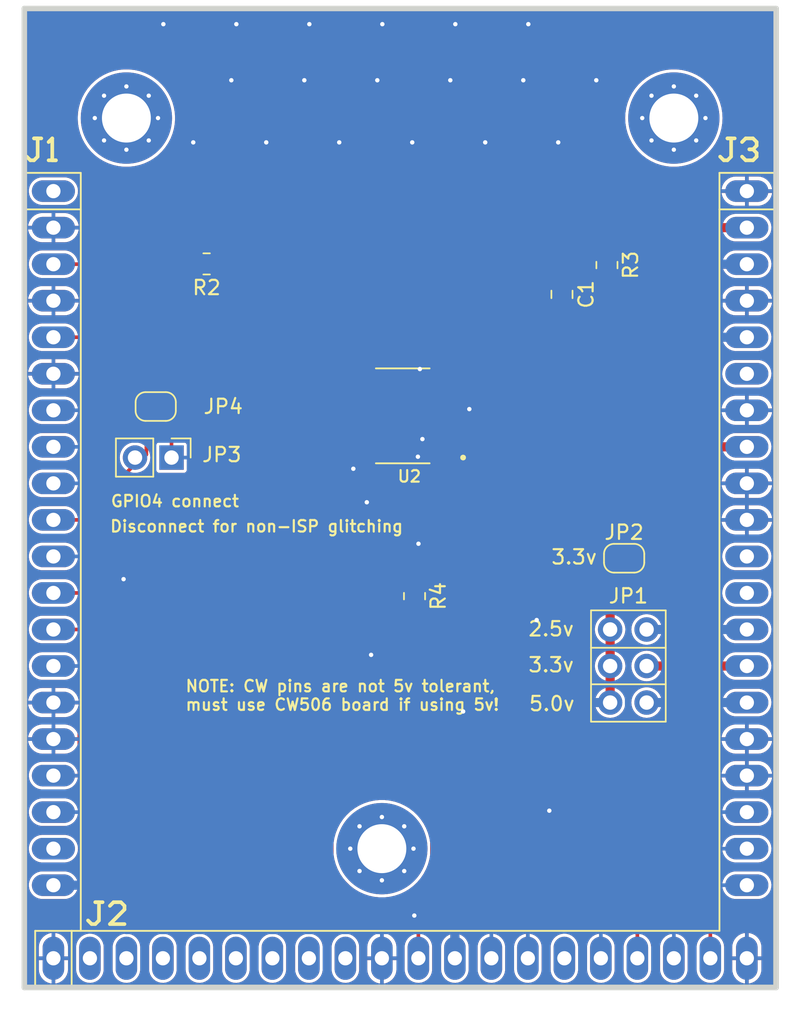
<source format=kicad_pcb>
(kicad_pcb (version 20221018) (generator pcbnew)
  (layers (0 "F.Cu" signal) (31 "B.Cu" signal) (34 "B.Paste" user) (35 "F.Paste" user) (36 "B.SilkS" user "B.Silkscreen") (37 "F.SilkS" user "F.Silkscreen") (38 "B.Mask" user) (39 "F.Mask" user) (44 "Edge.Cuts" user))
  (net 0 "")
  (net 1 "VCC")
  (net 2 "GND")
  (net 3 "Net-(J1-FILT_LP)")
  (net 5 "Net-(J1-CLKOUT)")
  (net 6 "GPI01")
  (net 7 "GPI02")
  (net 8 "GPI03")
  (net 9 "GPI04")
  (net 10 "RST")
  (net 11 "SCK")
  (net 12 "MISO")
  (net 13 "MOSI")
  (net 14 "PDIC")
  (net 15 "PDID")
  (net 26 "CLK")
  (net 27 "VBUS")
  (net 31 "unconnected-(J1-PadMH3)")
  (net 32 "unconnected-(J1-PadMH2)")
  (net 33 "LED1")
  (net 34 "LED2")
  (net 35 "LED3")
  (net 36 "CLKOUT")
  (net 37 "unconnected-(J1-PadMH1)")
  (net 38 "+5V")
  (net 39 "+3.3V")
  (net 40 "+2V5")
  (net 41 "SCL")
  (net 42 "SDA")
  (net 43 "Net-(J1-GPIO4)")
  (footprint "Resistor_SMD:R_0805_2012Metric_Pad1.20x1.40mm_HandSolder" (layer "F.Cu") (at 149.7125 103.985 -90)
    (fp_text reference "R4" (at 0 -1.65 90) (layer "F.SilkS"))
    (fp_text value "10K")
    (pad "1" smd roundrect (at -1 0 270) (size 1.2 1.4) (layers "F.Cu" "F.Paste" "F.Mask") (roundrect_rratio 0.2083333333) (net 10 "RST"))
    (pad "2" smd roundrect (at 1 0 270) (size 1.2 1.4) (layers "F.Cu" "F.Paste" "F.Mask") (roundrect_rratio 0.2083333333) (net 1 "VCC"))
  )
  (footprint "Connector_PinHeader_2.54mm:PinHeader_2x03_P2.54mm_Vertical" (layer "F.Cu") (at 163.325 106.3042)
    (fp_text reference "JP1" (at 1.27 -2.33) (layer "F.SilkS"))
    (fp_text value "Jumper_2_Open")
    (pad "1" thru_hole circle (at 0 0) (size 1.7 1.7) (drill 1) (layers "*.Cu" "*.Mask") (net 1 "VCC"))
    (pad "2" thru_hole oval (at 2.54 0) (size 1.7 1.7) (drill 1) (layers "*.Cu" "*.Mask") (net 40 "+2V5"))
    (pad "3" thru_hole oval (at 0 2.54) (size 1.7 1.7) (drill 1) (layers "*.Cu" "*.Mask") (net 1 "VCC"))
    (pad "4" thru_hole oval (at 2.54 2.54) (size 1.7 1.7) (drill 1) (layers "*.Cu" "*.Mask") (net 39 "+3.3V"))
    (pad "5" thru_hole oval (at 0 5.08) (size 1.7 1.7) (drill 1) (layers "*.Cu" "*.Mask") (net 1 "VCC"))
    (pad "6" thru_hole oval (at 2.54 5.08) (size 1.7 1.7) (drill 1) (layers "*.Cu" "*.Mask") (net 38 "+5V"))
  )
  (footprint "Resistor_SMD:R_0805_2012Metric_Pad1.20x1.40mm_HandSolder" (layer "F.Cu") (at 135.2425 80.885 180)
    (fp_text reference "R2" (at 0 -1.65) (layer "F.SilkS"))
    (fp_text value "100R")
    (pad "1" smd roundrect (at -1 0 180) (size 1.2 1.4) (layers "F.Cu" "F.Paste" "F.Mask") (roundrect_rratio 0.2083333333) (net 26 "CLK"))
    (pad "2" smd roundrect (at 1 0 180) (size 1.2 1.4) (layers "F.Cu" "F.Paste" "F.Mask") (roundrect_rratio 0.2083333333) (net 5 "Net-(J1-CLKOUT)"))
  )
  (footprint "Resistor_SMD:R_0805_2012Metric_Pad1.20x1.40mm_HandSolder" (layer "F.Cu") (at 163.1025 80.965 -90)
    (fp_text reference "R3" (at 0 -1.65 90) (layer "F.SilkS"))
    (fp_text value "51R")
    (pad "1" smd roundrect (at -1 0 270) (size 1.2 1.4) (layers "F.Cu" "F.Paste" "F.Mask") (roundrect_rratio 0.2083333333) (net 27 "VBUS"))
    (pad "2" smd roundrect (at 1 0 270) (size 1.2 1.4) (layers "F.Cu" "F.Paste" "F.Mask") (roundrect_rratio 0.2083333333) (net 3 "Net-(J1-FILT_LP)"))
  )
  (footprint "Jumper:SolderJumper-2_P1.3mm_Open_RoundedPad1.0x1.5mm" (layer "F.Cu") (at 131.7 90.8 180)
    (fp_text reference "JP4" (at -4.7 0) (layer "F.SilkS"))
    (fp_text value "GPIO4_connect")
    (pad "1" smd custom (at -0.65 0 180) (size 1 0.5) (layers "F.Cu" "F.Mask") (net 9 "GPI04") (options (clearance outline) (anchor rect)) (primitives (gr_circle (center 0 0.25) (end 0.5 0.25) (width 0) (fill yes)) (gr_circle (center 0 -0.25) (end 0.5 -0.25) (width 0) (fill yes)) (gr_poly (pts (xy 0.5 0.75) (xy 0 0.75) (xy 0 -0.75) (xy 0.5 -0.75)) (width 0) (fill yes))))
    (pad "2" smd custom (at 0.65 0 180) (size 1 0.5) (layers "F.Cu" "F.Mask") (net 43 "Net-(J1-GPIO4)") (options (clearance outline) (anchor rect)) (primitives (gr_circle (center 0 0.25) (end 0.5 0.25) (width 0) (fill yes)) (gr_circle (center 0 -0.25) (end 0.5 -0.25) (width 0) (fill yes)) (gr_poly (pts (xy 0 0.75) (xy -0.5 0.75) (xy -0.5 -0.75) (xy 0 -0.75)) (width 0) (fill yes))))
  )
  (footprint "N76E003AT20:SOP65P640X120-20N" (layer "F.Cu") (at 148.8925 91.45 180)
    (fp_text reference "U2" (at -0.460305 -4.210775) (layer "F.SilkS") (effects (font (size 0.800528 0.800528))))
    (fp_text value "N76E003AT20")
    (pad "1" smd roundrect (at -2.865 -2.925 180) (size 1.48 0.41) (layers "F.Cu" "F.Paste" "F.Mask") (roundrect_rratio 0.02) (net 35 "LED3"))
    (pad "2" smd roundrect (at -2.865 -2.275 180) (size 1.48 0.41) (layers "F.Cu" "F.Paste" "F.Mask") (roundrect_rratio 0.02) (net 7 "GPI02"))
    (pad "3" smd roundrect (at -2.865 -1.625 180) (size 1.48 0.41) (layers "F.Cu" "F.Paste" "F.Mask") (roundrect_rratio 0.02) (net 6 "GPI01"))
    (pad "4" smd roundrect (at -2.865 -0.975 180) (size 1.48 0.41) (layers "F.Cu" "F.Paste" "F.Mask") (roundrect_rratio 0.02) (net 10 "RST"))
    (pad "5" smd roundrect (at -2.865 -0.325 180) (size 1.48 0.41) (layers "F.Cu" "F.Paste" "F.Mask") (roundrect_rratio 0.02) (net 26 "CLK"))
    (pad "6" smd roundrect (at -2.865 0.325 180) (size 1.48 0.41) (layers "F.Cu" "F.Paste" "F.Mask") (roundrect_rratio 0.02))
    (pad "7" smd roundrect (at -2.865 0.975 180) (size 1.48 0.41) (layers "F.Cu" "F.Paste" "F.Mask") (roundrect_rratio 0.02) (net 2 "GND"))
    (pad "8" smd roundrect (at -2.865 1.625 180) (size 1.48 0.41) (layers "F.Cu" "F.Paste" "F.Mask") (roundrect_rratio 0.02) (net 15 "PDID"))
    (pad "9" smd roundrect (at -2.865 2.275 180) (size 1.48 0.41) (layers "F.Cu" "F.Paste" "F.Mask") (roundrect_rratio 0.02) (net 27 "VBUS"))
    (pad "10" smd roundrect (at -2.865 2.925 180) (size 1.48 0.41) (layers "F.Cu" "F.Paste" "F.Mask") (roundrect_rratio 0.02) (net 8 "GPI03"))
    (pad "11" smd roundrect (at 2.865 2.925) (size 1.48 0.41) (layers "F.Cu" "F.Paste" "F.Mask") (roundrect_rratio 0.02) (net 42 "SDA"))
    (pad "12" smd roundrect (at 2.865 2.275) (size 1.48 0.41) (layers "F.Cu" "F.Paste" "F.Mask") (roundrect_rratio 0.02) (net 41 "SCL"))
    (pad "13" smd roundrect (at 2.865 1.625) (size 1.48 0.41) (layers "F.Cu" "F.Paste" "F.Mask") (roundrect_rratio 0.02) (net 34 "LED2"))
    (pad "14" smd roundrect (at 2.865 0.975) (size 1.48 0.41) (layers "F.Cu" "F.Paste" "F.Mask") (roundrect_rratio 0.02) (net 36 "CLKOUT"))
    (pad "15" smd roundrect (at 2.865 0.325) (size 1.48 0.41) (layers "F.Cu" "F.Paste" "F.Mask") (roundrect_rratio 0.02) (net 11 "SCK"))
    (pad "16" smd roundrect (at 2.865 -0.325) (size 1.48 0.41) (layers "F.Cu" "F.Paste" "F.Mask") (roundrect_rratio 0.02) (net 13 "MOSI"))
    (pad "17" smd roundrect (at 2.865 -0.975) (size 1.48 0.41) (layers "F.Cu" "F.Paste" "F.Mask") (roundrect_rratio 0.02) (net 12 "MISO"))
    (pad "18" smd roundrect (at 2.865 -1.625) (size 1.48 0.41) (layers "F.Cu" "F.Paste" "F.Mask") (roundrect_rratio 0.02) (net 14 "PDIC"))
    (pad "19" smd roundrect (at 2.865 -2.275) (size 1.48 0.41) (layers "F.Cu" "F.Paste" "F.Mask") (roundrect_rratio 0.02) (net 33 "LED1"))
    (pad "20" smd roundrect (at 2.865 -2.925) (size 1.48 0.41) (layers "F.Cu" "F.Paste" "F.Mask") (roundrect_rratio 0.02) (net 9 "GPI04"))
  )
  (footprint "Jumper:SolderJumper-2_P1.3mm_Open_RoundedPad1.0x1.5mm" (layer "F.Cu") (at 164.3 101.35)
    (fp_text reference "JP2" (at 0 -1.8) (layer "F.SilkS"))
    (fp_text value "SolderJumper_2_Open")
    (pad "1" smd custom (at -0.65 0) (size 1 0.5) (layers "F.Cu" "F.Mask") (net 1 "VCC") (options (clearance outline) (anchor rect)) (primitives (gr_circle (center 0 0.25) (end 0.5 0.25) (width 0) (fill yes)) (gr_circle (center 0 -0.25) (end 0.5 -0.25) (width 0) (fill yes)) (gr_poly (pts (xy 0.5 0.75) (xy 0 0.75) (xy 0 -0.75) (xy 0.5 -0.75)) (width 0) (fill yes))))
    (pad "2" smd custom (at 0.65 0) (size 1 0.5) (layers "F.Cu" "F.Mask") (net 39 "+3.3V") (options (clearance outline) (anchor rect)) (primitives (gr_circle (center 0 0.25) (end 0.5 0.25) (width 0) (fill yes)) (gr_circle (center 0 -0.25) (end 0.5 -0.25) (width 0) (fill yes)) (gr_poly (pts (xy 0 0.75) (xy -0.5 0.75) (xy -0.5 -0.75) (xy 0 -0.75)) (width 0) (fill yes))))
  )
  (footprint "Connector_PinHeader_2.54mm:PinHeader_1x02_P2.54mm_Vertical" (layer "F.Cu") (at 132.8 94.35 -90)
    (fp_text reference "JP3" (at -0.2 -3.5 -180) (layer "F.SilkS"))
    (fp_text value "GPIO4_connect")
    (pad "1" thru_hole rect (at 0 0 270) (size 1.7 1.7) (drill 1) (layers "*.Cu" "*.Mask") (net 9 "GPI04"))
    (pad "2" thru_hole oval (at 0 2.54 270) (size 1.7 1.7) (drill 1) (layers "*.Cu" "*.Mask") (net 43 "Net-(J1-GPIO4)"))
  )
  (footprint "Capacitor_SMD:C_0805_2012Metric_Pad1.18x1.45mm_HandSolder" (layer "F.Cu") (at 159.9725 83.005 -90)
    (fp_text reference "C1" (at 0 -1.68 90) (layer "F.SilkS"))
    (fp_text value "100nF")
    (pad "1" smd roundrect (at -1.0375 0 270) (size 1.175 1.45) (layers "F.Cu" "F.Paste" "F.Mask") (roundrect_rratio 0.2127659574) (net 3 "Net-(J1-FILT_LP)"))
    (pad "2" smd roundrect (at 1.0375 0 270) (size 1.175 1.45) (layers "F.Cu" "F.Paste" "F.Mask") (roundrect_rratio 0.2127659574) (net 2 "GND"))
  )
  (footprint "chipwhisperer:CW308T_CONNBOARD" (layer "F.Cu") (at 124.5795 75.8242)
    (fp_text reference "J1" hide)
    (fp_text value "CW308T_CONNBOARD" hide)
    (pad "A1" thru_hole oval locked (at 0 0 90) (size 1.4986 2.9972) (drill 0.9906) (layers "*.Cu" "*.Mask"))
    (pad "A2" thru_hole oval locked (at 0 2.54 90) (size 1.4986 2.9972) (drill 0.9906) (layers "*.Cu" "*.Mask") (net 2 "GND"))
    (pad "A3" thru_hole oval locked (at 0 5.08 90) (size 1.4986 2.9972) (drill 0.9906) (layers "*.Cu" "*.Mask") (net 5 "Net-(J1-CLKOUT)"))
    (pad "A4" thru_hole oval locked (at 0 7.62 90) (size 1.4986 2.9972) (drill 0.9906) (layers "*.Cu" "*.Mask") (net 2 "GND"))
    (pad "A5" thru_hole oval locked (at 0 10.16 90) (size 1.4986 2.9972) (drill 0.9906) (layers "*.Cu" "*.Mask") (net 36 "CLKOUT"))
    (pad "A6" thru_hole oval locked (at 0 12.7 90) (size 1.4986 2.9972) (drill 0.9906) (layers "*.Cu" "*.Mask") (net 2 "GND"))
    (pad "A7" thru_hole oval locked (at 0 15.24 90) (size 1.4986 2.9972) (drill 0.9906) (layers "*.Cu" "*.Mask") (net 6 "GPI01"))
    (pad "A8" thru_hole oval locked (at 0 17.78 90) (size 1.4986 2.9972) (drill 0.9906) (layers "*.Cu" "*.Mask") (net 7 "GPI02"))
    (pad "A9" thru_hole oval locked (at 0 20.32 90) (size 1.4986 2.9972) (drill 0.9906) (layers "*.Cu" "*.Mask") (net 8 "GPI03"))
    (pad "A10" thru_hole oval locked (at 0 22.86 90) (size 1.4986 2.9972) (drill 0.9906) (layers "*.Cu" "*.Mask") (net 43 "Net-(J1-GPIO4)"))
    (pad "A11" thru_hole oval locked (at 0 25.4 90) (size 1.4986 2.9972) (drill 0.9906) (layers "*.Cu" "*.Mask") (net 10 "RST"))
    (pad "A12" thru_hole oval locked (at 0 27.94 90) (size 1.4986 2.9972) (drill 0.9906) (layers "*.Cu" "*.Mask") (net 11 "SCK"))
    (pad "A13" thru_hole oval locked (at 0 30.48 90) (size 1.4986 2.9972) (drill 0.9906) (layers "*.Cu" "*.Mask") (net 12 "MISO"))
    (pad "A14" thru_hole oval locked (at 0 33.02 90) (size 1.4986 2.9972) (drill 0.9906) (layers "*.Cu" "*.Mask") (net 13 "MOSI"))
    (pad "A15" thru_hole oval locked (at 0 35.56 90) (size 1.4986 2.9972) (drill 0.9906) (layers "*.Cu" "*.Mask") (net 2 "GND"))
    (pad "A16" thru_hole oval locked (at 0 38.1 90) (size 1.4986 2.9972) (drill 0.9906) (layers "*.Cu" "*.Mask") (net 2 "GND"))
    (pad "A17" thru_hole oval locked (at 0 40.64 90) (size 1.4986 2.9972) (drill 0.9906) (layers "*.Cu" "*.Mask") (net 14 "PDIC"))
    (pad "A18" thru_hole oval locked (at 0 43.18 90) (size 1.4986 2.9972) (drill 0.9906) (layers "*.Cu" "*.Mask") (net 15 "PDID"))
    (pad "A19" thru_hole oval locked (at 0 45.72 90) (size 1.4986 2.9972) (drill 0.9906) (layers "*.Cu" "*.Mask"))
    (pad "A20" thru_hole oval locked (at 0 48.26 90) (size 1.4986 2.9972) (drill 0.9906) (layers "*.Cu" "*.Mask") (net 1 "VCC"))
    (pad "B1" thru_hole oval locked (at 0 53.34 180) (size 1.4986 2.9972) (drill 0.9906) (layers "*.Cu" "*.Mask") (net 2 "GND"))
    (pad "B2" thru_hole oval locked (at 2.54 53.34 180) (size 1.4986 2.9972) (drill 0.9906) (layers "*.Cu" "*.Mask"))
    (pad "B3" thru_hole oval locked (at 5.08 53.34 180) (size 1.4986 2.9972) (drill 0.9906) (layers "*.Cu" "*.Mask"))
    (pad "B4" thru_hole oval locked (at 7.62 53.34 180) (size 1.4986 2.9972) (drill 0.9906) (layers "*.Cu" "*.Mask"))
    (pad "B5" thru_hole oval locked (at 10.16 53.34 180) (size 1.4986 2.9972) (drill 0.9906) (layers "*.Cu" "*.Mask"))
    (pad "B6" thru_hole oval locked (at 12.7 53.34 180) (size 1.4986 2.9972) (drill 0.9906) (layers "*.Cu" "*.Mask"))
    (pad "B7" thru_hole oval locked (at 15.24 53.34 180) (size 1.4986 2.9972) (drill 0.9906) (layers "*.Cu" "*.Mask"))
    (pad "B8" thru_hole oval locked (at 17.78 53.34 180) (size 1.4986 2.9972) (drill 0.9906) (layers "*.Cu" "*.Mask"))
    (pad "B9" thru_hole oval locked (at 20.32 53.34 180) (size 1.4986 2.9972) (drill 0.9906) (layers "*.Cu" "*.Mask"))
    (pad "B10" thru_hole oval locked (at 22.86 53.34 180) (size 1.4986 2.9972) (drill 0.9906) (layers "*.Cu" "*.Mask") (net 2 "GND"))
    (pad "B11" thru_hole oval locked (at 25.4 53.34 180) (size 1.4986 2.9972) (drill 0.9906) (layers "*.Cu" "*.Mask") (net 42 "SDA"))
    (pad "B12" thru_hole oval locked (at 27.94 53.34 180) (size 1.4986 2.9972) (drill 0.9906) (layers "*.Cu" "*.Mask") (net 1 "VCC"))
    (pad "B13" thru_hole oval locked (at 30.48 53.34 180) (size 1.4986 2.9972) (drill 0.9906) (layers "*.Cu" "*.Mask") (net 41 "SCL"))
    (pad "B14" thru_hole oval locked (at 33.02 53.34 180) (size 1.4986 2.9972) (drill 0.9906) (layers "*.Cu" "*.Mask") (net 15 "PDID"))
    (pad "B15" thru_hole oval locked (at 35.56 53.34 180) (size 1.4986 2.9972) (drill 0.9906) (layers "*.Cu" "*.Mask"))
    (pad "B16" thru_hole oval locked (at 38.1 53.34 180) (size 1.4986 2.9972) (drill 0.9906) (layers "*.Cu" "*.Mask") (net 14 "PDIC"))
    (pad "B17" thru_hole oval locked (at 40.64 53.34 180) (size 1.4986 2.9972) (drill 0.9906) (layers "*.Cu" "*.Mask") (net 7 "GPI02"))
    (pad "B18" thru_hole oval locked (at 43.18 53.34 180) (size 1.4986 2.9972) (drill 0.9906) (layers "*.Cu" "*.Mask") (net 10 "RST"))
    (pad "B19" thru_hole oval locked (at 45.72 53.34 180) (size 1.4986 2.9972) (drill 0.9906) (layers "*.Cu" "*.Mask") (net 6 "GPI01"))
    (pad "B20" thru_hole oval locked (at 48.26 53.34 180) (size 1.4986 2.9972) (drill 0.9906) (layers "*.Cu" "*.Mask") (net 2 "GND"))
    (pad "C1" thru_hole oval locked (at 48.26 0 90) (size 1.4986 2.9972) (drill 0.9906) (layers "*.Cu" "*.Mask") (net 2 "GND"))
    (pad "C2" thru_hole oval locked (at 48.26 2.54 90) (size 1.4986 2.9972) (drill 0.9906) (layers "*.Cu" "*.Mask") (net 27 "VBUS"))
    (pad "C3" thru_hole oval locked (at 48.26 5.08 90) (size 1.4986 2.9972) (drill 0.9906) (layers "*.Cu" "*.Mask") (net 3 "Net-(J1-FILT_LP)"))
    (pad "C4" thru_hole oval locked (at 48.26 7.62 90) (size 1.4986 2.9972) (drill 0.9906) (layers "*.Cu" "*.Mask") (net 2 "GND"))
    (pad "C5" thru_hole oval locked (at 48.26 10.16 90) (size 1.4986 2.9972) (drill 0.9906) (layers "*.Cu" "*.Mask") (net 3 "Net-(J1-FILT_LP)"))
    (pad "C6" thru_hole oval locked (at 48.26 12.7 90) (size 1.4986 2.9972) (drill 0.9906) (layers "*.Cu" "*.Mask"))
    (pad "C7" thru_hole oval locked (at 48.26 15.24 90) (size 1.4986 2.9972) (drill 0.9906) (layers "*.Cu" "*.Mask") (net 2 "GND"))
    (pad "C8" thru_hole oval locked (at 48.26 17.78 90) (size 1.4986 2.9972) (drill 0.9906) (layers "*.Cu" "*.Mask") (net 1 "VCC"))
    (pad "C9" thru_hole oval locked (at 48.26 20.32 90) (size 1.4986 2.9972) (drill 0.9906) (layers "*.Cu" "*.Mask") (net 2 "GND"))
    (pad "C10" thru_hole oval locked (at 48.26 22.86 90) (size 1.4986 2.9972) (drill 0.9906) (layers "*.Cu" "*.Mask") (net 2 "GND"))
    (pad "C11" thru_hole oval locked (at 48.26 25.4 90) (size 1.4986 2.9972) (drill 0.9906) (layers "*.Cu" "*.Mask"))
    (pad "C12" thru_hole oval locked (at 48.26 27.94 90) (size 1.4986 2.9972) (drill 0.9906) (layers "*.Cu" "*.Mask"))
    (pad "C13" thru_hole oval locked (at 48.26 30.48 90) (size 1.4986 2.9972) (drill 0.9906) (layers "*.Cu" "*.Mask") (net 40 "+2V5"))
    (pad "C14" thru_hole oval locked (at 48.26 33.02 90) (size 1.4986 2.9972) (drill 0.9906) (layers "*.Cu" "*.Mask") (net 39 "+3.3V"))
    (pad "C15" thru_hole oval locked (at 48.26 35.56 90) (size 1.4986 2.9972) (drill 0.9906) (layers "*.Cu" "*.Mask") (net 38 "+5V"))
    (pad "C16" thru_hole oval locked (at 48.26 38.1 90) (size 1.4986 2.9972) (drill 0.9906) (layers "*.Cu" "*.Mask") (net 2 "GND"))
    (pad "C17" thru_hole oval locked (at 48.26 40.64 90) (size 1.4986 2.9972) (drill 0.9906) (layers "*.Cu" "*.Mask") (net 2 "GND"))
    (pad "C18" thru_hole oval locked (at 48.26 43.18 90) (size 1.4986 2.9972) (drill 0.9906) (layers "*.Cu" "*.Mask") (net 33 "LED1"))
    (pad "C19" thru_hole oval locked (at 48.26 45.72 90) (size 1.4986 2.9972) (drill 0.9906) (layers "*.Cu" "*.Mask") (net 34 "LED2"))
    (pad "C20" thru_hole oval locked (at 48.26 48.26 90) (size 1.4986 2.9972) (drill 0.9906) (layers "*.Cu" "*.Mask") (net 35 "LED3"))
    (pad "MH1" thru_hole circle locked (at 5.08 -5.08 90) (size 6.35 6.35) (drill 3.4036) (layers "*.Cu" "*.Mask") (net 37 "unconnected-(J1-PadMH1)"))
    (pad "MH2" thru_hole circle locked (at 43.18 -5.08 90) (size 6.35 6.35) (drill 3.4036) (layers "*.Cu" "*.Mask") (net 32 "unconnected-(J1-PadMH2)"))
    (pad "MH3" thru_hole circle locked (at 22.86 45.72 90) (size 6.35 6.35) (drill 3.4036) (layers "*.Cu" "*.Mask") (net 31 "unconnected-(J1-PadMH3)"))
  )
  (gr_line (start 173.52084 72.41021) (end 173.52084 72.66395) (stroke (width 0.254)) (layer "F.SilkS"))
  (gr_line (start 124.24509 73.6797) (end 124.75284 73.6797) (stroke (width 0.254)) (layer "F.SilkS"))
  (gr_line (start 123.22935 72.15621) (end 123.48335 72.15621) (stroke (width 0.254)) (layer "F.SilkS"))
  (gr_line (start 128.004 125.265255) (end 127.496 125.265255) (stroke (width 0.254)) (layer "F.SilkS"))
  (gr_line (start 171.99735 72.15621) (end 171.48935 72.15621) (stroke (width 0.254)) (layer "F.SilkS"))
  (gr_line (start 172.75909 73.6797) (end 172.50509 73.4257) (stroke (width 0.254)) (layer "F.SilkS"))
  (gr_line (start 173.26684 73.6797) (end 172.75909 73.6797) (stroke (width 0.254)) (layer "F.SilkS"))
  (gr_line (start 171.48935 72.15621) (end 171.74335 72.15621) (stroke (width 0.254)) (layer "F.SilkS"))
  (gr_line (start 171.48935 73.6797) (end 171.2356 73.6797) (stroke (width 0.254)) (layer "F.SilkS"))
  (gr_line (start 127.24225 126.788745) (end 126.98825 126.534745) (stroke (width 0.254)) (layer "F.SilkS"))
  (gr_line (start 123.22935 73.6797) (end 122.9756 73.6797) (stroke (width 0.254)) (layer "F.SilkS"))
  (gr_line (start 127.496 125.265255) (end 127.75 125.265255) (stroke (width 0.254)) (layer "F.SilkS"))
  (gr_line (start 129.27349 125.265255) (end 128.76574 125.265255) (stroke (width 0.254)) (layer "F.SilkS"))
  (gr_line (start 173.52084 73.17195) (end 173.52084 73.4257) (stroke (width 0.254)) (layer "F.SilkS"))
  (gr_line (start 127.496 126.788745) (end 127.24225 126.788745) (stroke (width 0.254)) (layer "F.SilkS"))
  (gr_line (start 171.74335 72.15621) (end 171.74335 73.4257) (stroke (width 0.254)) (layer "F.SilkS"))
  (gr_line (start 123.48335 73.4257) (end 123.22935 73.6797) (stroke (width 0.254)) (layer "F.SilkS"))
  (gr_line (start 124.49909 73.6797) (end 124.49909 72.15621) (stroke (width 0.254)) (layer "F.SilkS"))
  (gr_line (start 128.51174 126.788745) (end 129.52749 125.772995) (stroke (width 0.254)) (layer "F.SilkS"))
  (gr_line (start 128.76574 125.265255) (end 128.51174 125.519255) (stroke (width 0.254)) (layer "F.SilkS"))
  (gr_line (start 171.2356 73.6797) (end 170.9816 73.4257) (stroke (width 0.254)) (layer "F.SilkS"))
  (gr_line (start 123.48335 72.15621) (end 123.48335 73.4257) (stroke (width 0.254)) (layer "F.SilkS"))
  (gr_line (start 173.26684 72.91795) (end 173.52084 73.17195) (stroke (width 0.254)) (layer "F.SilkS"))
  (gr_line (start 129.52749 125.772995) (end 129.52749 125.519255) (stroke (width 0.254)) (layer "F.SilkS"))
  (gr_line (start 173.01284 72.91795) (end 173.26684 72.91795) (stroke (width 0.254)) (layer "F.SilkS"))
  (gr_line (start 123.73735 72.15621) (end 123.22935 72.15621) (stroke (width 0.254)) (layer "F.SilkS"))
  (gr_line (start 122.9756 73.6797) (end 122.7216 73.4257) (stroke (width 0.254)) (layer "F.SilkS"))
  (gr_line (start 129.52749 126.788745) (end 128.51174 126.788745) (stroke (width 0.254)) (layer "F.SilkS"))
  (gr_line (start 172.75909 72.15621) (end 173.26684 72.15621) (stroke (width 0.254)) (layer "F.SilkS"))
  (gr_line (start 173.26684 72.15621) (end 173.52084 72.41021) (stroke (width 0.254)) (layer "F.SilkS"))
  (gr_line (start 127.75 125.265255) (end 127.75 126.534745) (stroke (width 0.254)) (layer "F.SilkS"))
  (gr_line (start 124.49909 72.15621) (end 124.24509 72.41021) (stroke (width 0.254)) (layer "F.SilkS"))
  (gr_line (start 173.52084 73.4257) (end 173.26684 73.6797) (stroke (width 0.254)) (layer "F.SilkS"))
  (gr_line (start 173.52084 72.66395) (end 173.26684 72.91795) (stroke (width 0.254)) (layer "F.SilkS"))
  (gr_line (start 171.74335 73.4257) (end 171.48935 73.6797) (stroke (width 0.254)) (layer "F.SilkS"))
  (gr_line (start 172.50509 72.41021) (end 172.75909 72.15621) (stroke (width 0.254)) (layer "F.SilkS"))
  (gr_line (start 127.75 126.534745) (end 127.496 126.788745) (stroke (width 0.254)) (layer "F.SilkS"))
  (gr_line (start 129.52749 125.519255) (end 129.27349 125.265255) (stroke (width 0.254)) (layer "F.SilkS"))
  (gr_line (start 173.26684 72.91795) (end 173.01284 72.91795) (stroke (width 0.254)) (layer "F.SilkS"))
  (gr_line (start 124.75284 73.6797) (end 124.49909 73.6797) (stroke (width 0.254)) (layer "F.SilkS"))
  (gr_line (start 174.8805 131.198) (end 174.8805 115.069) (stroke (width 0.381)) (layer "Edge.Cuts"))
  (gr_line (start 122.5565 131.198) (end 122.5565 63.126) (stroke (width 0.381)) (layer "Edge.Cuts"))
  (gr_line (start 122.5565 63.126) (end 174.8805 63.126) (stroke (width 0.381)) (layer "Edge.Cuts"))
  (gr_line (start 174.8805 80.525) (end 174.8805 63.126) (stroke (width 0.381)) (layer "Edge.Cuts"))
  (gr_line (start 174.8805 115.069) (end 174.8805 80.525) (stroke (width 0.381)) (layer "Edge.Cuts"))
  (gr_line (start 122.5565 131.198) (end 174.8805 131.198) (stroke (width 0.381)) (layer "Edge.Cuts"))
  (gr_text "GPIO4 connect" (at 128.5 97.85) (layer "F.SilkS") (effects (font (size 0.8 0.8)) (justify left bottom)))
  (gr_text "Disconnect for non-ISP glitching\n" (at 128.45 99.6) (layer "F.SilkS") (effects (font (size 0.8 0.8)) (justify left bottom)))
  (gr_text "3.3v" (at 157.55 109.35) (layer "F.SilkS") (effects (font (size 1 1)) (justify left bottom)))
  (gr_text "NOTE: CW pins are not 5v tolerant, \nmust use CW506 board if using 5v!" (at 133.7 112) (layer "F.SilkS") (effects (font (size 0.8 0.8)) (justify left bottom)))
  (gr_text "3.3v" (at 159.15 101.85) (layer "F.SilkS") (effects (font (size 1 1)) (justify left bottom)))
  (gr_text "2.5v" (at 157.55 106.85) (layer "F.SilkS") (effects (font (size 1 1)) (justify left bottom)))
  (gr_text "5.0v" (at 157.6 112.05) (layer "F.SilkS") (effects (font (size 1 1)) (justify left bottom)))
  (segment (start 170.6888 93.6042) (end 163.65 100.643) (width 0.635) (layer "F.Cu") (net 1))
  (segment (start 163.325 108.8442) (end 163.325 111.3842) (width 0.635) (layer "F.Cu") (net 1))
  (segment (start 152.5195 129.1642) (end 152.5195 112.0034) (width 0.635) (layer "F.Cu") (net 1))
  (segment (start 163.65 100.643) (end 163.65 101.35) (width 0.635) (layer "F.Cu") (net 1))
  (segment (start 172.8395 93.6042) (end 170.6888 93.6042) (width 0.635) (layer "F.Cu") (net 1))
  (segment (start 163.65 101.35) (end 163.325 101.675) (width 0.635) (layer "F.Cu") (net 1))
  (segment (start 153.095 112.0034) (end 152.5195 112.0034) (width 0.635) (layer "F.Cu") (net 1))
  (segment (start 152.5195 112.0034) (end 152.5195 107.792) (width 0.635) (layer "F.Cu") (net 1))
  (segment (start 163.325 101.675) (end 163.325 106.3042) (width 0.635) (layer "F.Cu") (net 1))
  (segment (start 163.325 106.3042) (end 163.325 108.8442) (width 0.635) (layer "F.Cu") (net 1))
  (segment (start 152.5195 107.792) (end 149.7125 104.985) (width 0.635) (layer "F.Cu") (net 1))
  (via (at 153.095 112.0034) (size 0.635) (drill 0.3048) (layers "F.Cu" "B.Cu") (net 1))
  (segment (start 126.5735 124.0842) (end 129.6595 127.1702) (width 0.635) (layer "B.Cu") (net 1))
  (segment (start 163.325 111.3842) (end 153.7142 111.3842) (width 0.635) (layer "B.Cu") (net 1))
  (segment (start 152.5195 129.1642) (end 152.5195 127.1702) (width 0.635) (layer "B.Cu") (net 1))
  (segment (start 153.7142 111.3842) (end 153.095 112.0034) (width 0.635) (layer "B.Cu") (net 1))
  (segment (start 124.5795 124.0842) (end 126.5735 124.0842) (width 0.635) (layer "B.Cu") (net 1))
  (segment (start 129.6595 127.1702) (end 152.5195 127.1702) (width 0.635) (layer "B.Cu") (net 1))
  (via (at 147.122 68.115) (size 0.635) (drill 0.3048) (layers "F.Cu" "B.Cu") (net 2))
  (via (at 152.552 64.215) (size 0.635) (drill 0.3048) (layers "F.Cu" "B.Cu") (net 2))
  (via (at 142.042 68.115) (size 0.635) (drill 0.3048) (layers "F.Cu" "B.Cu") (net 2))
  (via (at 137.312 64.215) (size 0.635) (drill 0.3048) (layers "F.Cu" "B.Cu") (net 2))
  (via (at 132.232 64.215) (size 0.635) (drill 0.3048) (layers "F.Cu" "B.Cu") (net 2))
  (via (at 144.472 72.435) (size 0.635) (drill 0.3048) (layers "F.Cu" "B.Cu") (net 2))
  (via (at 134.312 72.435) (size 0.635) (drill 0.3048) (layers "F.Cu" "B.Cu") (net 2))
  (via (at 157.632 64.215) (size 0.635) (drill 0.3048) (layers "F.Cu" "B.Cu") (net 2))
  (via (at 136.962 68.115) (size 0.635) (drill 0.3048) (layers "F.Cu" "B.Cu") (net 2))
  (via (at 159.712 72.435) (size 0.635) (drill 0.3048) (layers "F.Cu" "B.Cu") (net 2))
  (via (at 154.632 72.435) (size 0.635) (drill 0.3048) (layers "F.Cu" "B.Cu") (net 2))
  (via (at 157.282 68.115) (size 0.635) (drill 0.3048) (layers "F.Cu" "B.Cu") (net 2))
  (via (at 162.362 68.115) (size 0.635) (drill 0.3048) (layers "F.Cu" "B.Cu") (net 2))
  (via (at 142.392 64.215) (size 0.635) (drill 0.3048) (layers "F.Cu" "B.Cu") (net 2))
  (via (at 139.392 72.435) (size 0.635) (drill 0.3048) (layers "F.Cu" "B.Cu") (net 2))
  (via (at 152.202 68.115) (size 0.635) (drill 0.3048) (layers "F.Cu" "B.Cu") (net 2))
  (via (at 149.552 72.435) (size 0.635) (drill 0.3048) (layers "F.Cu" "B.Cu") (net 2))
  (via (at 147.472 64.215) (size 0.635) (drill 0.3048) (layers "F.Cu" "B.Cu") (net 2))
  (segment (start 159.975 81.965) (end 159.9725 81.9675) (width 0.635) (layer "F.Cu") (net 3))
  (segment (start 172.8395 80.9042) (end 164.1633 80.9042) (width 0.635) (layer "F.Cu") (net 3))
  (segment (start 163.1025 81.965) (end 159.975 81.965) (width 0.635) (layer "F.Cu") (net 3))
  (segment (start 164.1633 80.9042) (end 163.1025 81.965) (width 0.635) (layer "F.Cu") (net 3))
  (segment (start 172.8395 85.9842) (end 170.8455 85.9842) (width 0.635) (layer "B.Cu") (net 3))
  (segment (start 172.8395 80.9042) (end 170.8455 80.9042) (width 0.635) (layer "B.Cu") (net 3))
  (segment (start 170.8455 80.9042) (end 170.8455 85.9842) (width 0.635) (layer "B.Cu") (net 3))
  (segment (start 124.5795 80.9042) (end 134.2233 80.9042) (width 0.254) (layer "F.Cu") (net 5))
  (segment (start 134.2233 80.9042) (end 134.2425 80.885) (width 0.254) (layer "F.Cu") (net 5))
  (segment (start 170.2995 129.1642) (end 170.2995 127.3607) (width 0.254) (layer "F.Cu") (net 6))
  (segment (start 161.4084 118.4696) (end 161.4084 101.4584) (width 0.254) (layer "F.Cu") (net 6))
  (segment (start 151.7482 93.0657) (end 151.7575 93.075) (width 0.254) (layer "F.Cu") (net 6))
  (segment (start 150.2607 93.0657) (end 151.7482 93.0657) (width 0.254) (layer "F.Cu") (net 6))
  (segment (start 161.4084 101.4584) (end 153.025 93.075) (width 0.254) (layer "F.Cu") (net 6))
  (segment (start 153.025 93.075) (end 151.7575 93.075) (width 0.254) (layer "F.Cu") (net 6))
  (segment (start 170.2995 127.3607) (end 161.4084 118.4696) (width 0.254) (layer "F.Cu") (net 6))
  (via (at 150.2607 93.0657) (size 0.635) (drill 0.3048) (layers "F.Cu" "B.Cu") (net 6))
  (segment (start 148.2592 91.0642) (end 150.2607 93.0657) (width 0.254) (layer "B.Cu") (net 6))
  (segment (start 124.5795 91.0642) (end 148.2592 91.0642) (width 0.254) (layer "B.Cu") (net 6))
  (segment (start 159.9704 122.1116) (end 165.2195 127.3607) (width 0.254) (layer "F.Cu") (net 7))
  (segment (start 152.4809 93.725) (end 159.9704 101.2145) (width 0.254) (layer "F.Cu") (net 7))
  (segment (start 165.2195 129.1642) (end 165.2195 127.3607) (width 0.254) (layer "F.Cu") (net 7))
  (segment (start 159.9704 101.2145) (end 159.9704 122.1116) (width 0.254) (layer "F.Cu") (net 7))
  (segment (start 149.9465 94.2915) (end 150.513 93.725) (width 0.254) (layer "F.Cu") (net 7))
  (segment (start 150.513 93.725) (end 151.7575 93.725) (width 0.254) (layer "F.Cu") (net 7))
  (segment (start 151.7575 93.725) (end 152.4809 93.725) (width 0.254) (layer "F.Cu") (net 7))
  (via (at 149.9465 94.2915) (size 0.635) (drill 0.3048) (layers "F.Cu" "B.Cu") (net 7))
  (segment (start 124.5795 93.6042) (end 126.383 93.6042) (width 0.254) (layer "B.Cu") (net 7))
  (segment (start 126.383 93.6042) (end 126.7922 93.195) (width 0.254) (layer "B.Cu") (net 7))
  (segment (start 148.85 93.195) (end 149.9465 94.2915) (width 0.254) (layer "B.Cu") (net 7))
  (segment (start 126.7922 93.195) (end 148.85 93.195) (width 0.254) (layer "B.Cu") (net 7))
  (segment (start 151.4285 88.196) (end 151.7575 88.525) (width 0.254) (layer "F.Cu") (net 8))
  (segment (start 150.0839 88.196) (end 151.4285 88.196) (width 0.254) (layer "F.Cu") (net 8))
  (via (at 150.0839 88.196) (size 0.635) (drill 0.3048) (layers "F.Cu" "B.Cu") (net 8))
  (segment (start 124.5795 96.1442) (end 149.019 96.1442) (width 0.254) (layer "B.Cu") (net 8))
  (segment (start 150.8876 94.2756) (end 150.8876 88.9997) (width 0.254) (layer "B.Cu") (net 8))
  (segment (start 150.8876 88.9997) (end 150.0839 88.196) (width 0.254) (layer "B.Cu") (net 8))
  (segment (start 149.019 96.1442) (end 150.8876 94.2756) (width 0.254) (layer "B.Cu") (net 8))
  (segment (start 132.8 93.1951) (end 132.35 92.7451) (width 0.254) (layer "F.Cu") (net 9))
  (segment (start 145.4529 95.1286) (end 146.0275 94.554) (width 0.254) (layer "F.Cu") (net 9))
  (segment (start 146.0275 94.554) (end 146.0275 94.375) (width 0.254) (layer "F.Cu") (net 9))
  (segment (start 132.8 94.35) (end 132.8 93.1951) (width 0.254) (layer "F.Cu") (net 9))
  (segment (start 132.35 92.7451) (end 132.35 90.8) (width 0.254) (layer "F.Cu") (net 9))
  (via (at 145.4529 95.1286) (size 0.635) (drill 0.3048) (layers "F.Cu" "B.Cu") (net 9))
  (segment (start 144.6743 94.35) (end 145.4529 95.1286) (width 0.254) (layer "B.Cu") (net 9))
  (segment (start 132.8 94.35) (end 144.6743 94.35) (width 0.254) (layer "B.Cu") (net 9))
  (segment (start 149.9865 100.3424) (end 149.7125 100.6164) (width 0.254) (layer "F.Cu") (net 10))
  (segment (start 150.0212 92.425) (end 149.3241 93.1221) (width 0.254) (layer "F.Cu") (net 10))
  (segment (start 149.7125 100.6164) (end 149.7125 102.985) (width 0.254) (layer "F.Cu") (net 10))
  (segment (start 149.3241 99.68) (end 149.9865 100.3424) (width 0.254) (layer "F.Cu") (net 10))
  (segment (start 149.3241 93.1221) (end 149.3241 99.68) (width 0.254) (layer "F.Cu") (net 10))
  (segment (start 151.7575 92.425) (end 150.0212 92.425) (width 0.254) (layer "F.Cu") (net 10))
  (via (at 149.9865 100.3424) (size 0.635) (drill 0.3048) (layers "F.Cu" "B.Cu") (net 10))
  (segment (start 165.0615 127.3607) (end 146.0397 108.3389) (width 0.254) (layer "B.Cu") (net 10))
  (segment (start 167.7595 129.1642) (end 167.7595 127.3607) (width 0.254) (layer "B.Cu") (net 10))
  (segment (start 146.0397 101.2242) (end 149.1047 101.2242) (width 0.254) (layer "B.Cu") (net 10))
  (segment (start 167.7595 127.3607) (end 165.0615 127.3607) (width 0.254) (layer "B.Cu") (net 10))
  (segment (start 124.5795 101.2242) (end 146.0397 101.2242) (width 0.254) (layer "B.Cu") (net 10))
  (segment (start 146.0397 108.3389) (end 146.0397 101.2242) (width 0.254) (layer "B.Cu") (net 10))
  (segment (start 149.1047 101.2242) (end 149.9865 100.3424) (width 0.254) (layer "B.Cu") (net 10))
  (segment (start 124.5795 103.7642) (end 126.5743 103.7642) (width 0.254) (layer "F.Cu") (net 11))
  (segment (start 139.2135 91.125) (end 146.0275 91.125) (width 0.254) (layer "F.Cu") (net 11))
  (segment (start 126.5743 103.7642) (end 139.2135 91.125) (width 0.254) (layer "F.Cu") (net 11))
  (segment (start 140.7225 92.425) (end 146.0275 92.425) (width 0.254) (layer "F.Cu") (net 12))
  (segment (start 124.5795 106.3042) (end 126.383 106.3042) (width 0.254) (layer "F.Cu") (net 12))
  (segment (start 126.8433 106.3042) (end 140.7225 92.425) (width 0.254) (layer "F.Cu") (net 12))
  (segment (start 126.383 106.3042) (end 126.8433 106.3042) (width 0.254) (layer "F.Cu") (net 12))
  (segment (start 140.4922 91.775) (end 146.0275 91.775) (width 0.254) (layer "F.Cu") (net 13))
  (segment (start 129.4628 102.8044) (end 140.4922 91.775) (width 0.254) (layer "F.Cu") (net 13))
  (via (at 129.4628 102.8044) (size 0.635) (drill 0.3048) (layers "F.Cu" "B.Cu") (net 13))
  (segment (start 124.5795 108.8442) (end 126.383 108.8442) (width 0.254) (layer "B.Cu") (net 13))
  (segment (start 126.383 108.8442) (end 126.383 105.8842) (width 0.254) (layer "B.Cu") (net 13))
  (segment (start 126.383 105.8842) (end 129.4628 102.8044) (width 0.254) (layer "B.Cu") (net 13))
  (segment (start 124.5795 116.4642) (end 126.383 116.4642) (width 0.254) (layer "F.Cu") (net 14))
  (segment (start 126.383 116.4642) (end 126.383 111.9542) (width 0.254) (layer "F.Cu") (net 14))
  (segment (start 145.2622 93.075) (end 146.0275 93.075) (width 0.254) (layer "F.Cu") (net 14))
  (segment (start 126.383 111.9542) (end 145.2622 93.075) (width 0.254) (layer "F.Cu") (net 14))
  (segment (start 162.6795 129.1642) (end 162.6795 127.3607) (width 0.254) (layer "B.Cu") (net 14))
  (segment (start 151.783 116.4642) (end 162.6795 127.3607) (width 0.254) (layer "B.Cu") (net 14))
  (segment (start 124.5795 116.4642) (end 151.783 116.4642) (width 0.254) (layer "B.Cu") (net 14))
  (segment (start 157.5995 129.1642) (end 157.5995 127.3607) (width 0.254) (layer "F.Cu") (net 15))
  (segment (start 153.5258 90.8274) (end 152.5234 89.825) (width 0.254) (layer "F.Cu") (net 15))
  (segment (start 158.2133 126.7469) (end 158.2133 105.6474) (width 0.254) (layer "F.Cu") (net 15))
  (segment (start 157.5995 127.3607) (end 158.2133 126.7469) (width 0.254) (layer "F.Cu") (net 15))
  (segment (start 152.5234 89.825) (end 151.7575 89.825) (width 0.254) (layer "F.Cu") (net 15))
  (segment (start 153.5258 90.9802) (end 153.5258 90.8274) (width 0.254) (layer "F.Cu") (net 15))
  (via (at 158.2133 105.6474) (size 0.635) (drill 0.3048) (layers "F.Cu" "B.Cu") (net 15))
  (via (at 153.5258 90.9802) (size 0.635) (drill 0.3048) (layers "F.Cu" "B.Cu") (net 15))
  (segment (start 157.5995 127.3607) (end 155.7718 125.533) (width 0.254) (layer "B.Cu") (net 15))
  (segment (start 158.2133 105.6474) (end 158.2133 95.6677) (width 0.254) (layer "B.Cu") (net 15))
  (segment (start 132.9118 125.533) (end 126.383 119.0042) (width 0.254) (layer "B.Cu") (net 15))
  (segment (start 158.2133 95.6677) (end 153.5258 90.9802) (width 0.254) (layer "B.Cu") (net 15))
  (segment (start 124.5795 119.0042) (end 126.383 119.0042) (width 0.254) (layer "B.Cu") (net 15))
  (segment (start 155.7718 125.533) (end 132.9118 125.533) (width 0.254) (layer "B.Cu") (net 15))
  (segment (start 157.5995 129.1642) (end 157.5995 127.3607) (width 0.254) (layer "B.Cu") (net 15))
  (segment (start 150.9629 91.775) (end 151.7575 91.775) (width 0.254) (layer "F.Cu") (net 26))
  (segment (start 136.2425 80.885) (end 140.0729 80.885) (width 0.254) (layer "F.Cu") (net 26))
  (segment (start 140.0729 80.885) (end 150.9629 91.775) (width 0.254) (layer "F.Cu") (net 26))
  (segment (start 172.8395 78.3642) (end 164.7033 78.3642) (width 0.635) (layer "F.Cu") (net 27))
  (segment (start 152.993 88.8189) (end 152.6369 89.175) (width 0.4098) (layer "F.Cu") (net 27))
  (segment (start 164.7033 78.3642) (end 163.1025 79.965) (width 0.635) (layer "F.Cu") (net 27))
  (segment (start 152.993 87.0394) (end 160.0674 79.965) (width 0.635) (layer "F.Cu") (net 27))
  (segment (start 152.993 88.8189) (end 152.993 87.0394) (width 0.635) (layer "F.Cu") (net 27))
  (segment (start 160.0674 79.965) (end 163.1025 79.965) (width 0.635) (layer "F.Cu") (net 27))
  (segment (start 152.6369 89.175) (end 151.7575 89.175) (width 0.4098) (layer "F.Cu") (net 27))
  (segment (start 147.44 123.744) (end 148.351 123.744) (width 0.254) (layer "F.Cu") (net 31))
  (segment (start 149.64 121.544) (end 148.995 120.899) (width 0.254) (layer "F.Cu") (net 31))
  (segment (start 148.351 123.744) (end 148.995 123.1) (width 0.254) (layer "F.Cu") (net 31))
  (segment (start 148.995 120.899) (end 148.995 119.989) (width 0.254) (layer "F.Cu") (net 31))
  (via locked (at 148.99514 123.09984) (size 0.635) (drill 0.3048) (layers "F.Cu" "B.Cu") (net 31))
  (via locked (at 147.4395 123.7442) (size 0.635) (drill 0.3048) (layers "F.Cu" "B.Cu") (net 31))
  (via locked (at 148.99514 119.98856) (size 0.635) (drill 0.3048) (layers "F.Cu" "B.Cu") (net 31))
  (via locked (at 145.88386 123.09984) (size 0.635) (drill 0.3048) (layers "F.Cu" "B.Cu") (net 31))
  (via locked (at 145.2395 121.5442) (size 0.635) (drill 0.3048) (layers "F.Cu" "B.Cu") (net 31))
  (via locked (at 145.88386 119.98856) (size 0.635) (drill 0.3048) (layers "F.Cu" "B.Cu") (net 31))
  (via locked (at 147.4395 119.3442) (size 0.635) (drill 0.3048) (layers "F.Cu" "B.Cu") (net 31))
  (via locked (at 149.6395 121.5442) (size 0.635) (drill 0.3048) (layers "F.Cu" "B.Cu") (net 31))
  (segment (start 146.796 123.1) (end 147.44 123.744) (width 0.254) (layer "B.Cu") (net 31))
  (segment (start 146.3397 121.5442) (end 147.4395 121.5442) (width 0.254) (layer "B.Cu") (net 31))
  (segment (start 146.3397 123.1) (end 145.884 123.1) (width 0.254) (layer "B.Cu") (net 31))
  (segment (start 146.3395 121.544) (end 146.3397 121.5442) (width 0.254) (layer "B.Cu") (net 31))
  (segment (start 146.3395 119.989) (end 146.795 119.989) (width 0.254) (layer "B.Cu") (net 31))
  (segment (start 146.795 119.989) (end 147.44 119.344) (width 0.254) (layer "B.Cu") (net 31))
  (segment (start 145.884 119.989) (end 146.3395 119.989) (width 0.254) (layer "B.Cu") (net 31))
  (segment (start 146.3397 123.1) (end 146.796 123.1) (width 0.254) (layer "B.Cu") (net 31))
  (segment (start 146.3395 119.989) (end 146.3395 121.544) (width 0.254) (layer "B.Cu") (net 31))
  (segment (start 148.35 119.344) (end 148.995 119.989) (width 0.254) (layer "B.Cu") (net 31))
  (segment (start 145.24 121.544) (end 146.3395 121.544) (width 0.254) (layer "B.Cu") (net 31))
  (segment (start 146.3397 121.5442) (end 146.3397 123.1) (width 0.254) (layer "B.Cu") (net 31))
  (segment (start 147.44 119.344) (end 148.35 119.344) (width 0.254) (layer "B.Cu") (net 31))
  (segment (start 167.1156 72.2998) (end 167.76 72.9442) (width 0.254) (layer "F.Cu") (net 32))
  (segment (start 166.204 72.2998) (end 167.1156 72.2998) (width 0.254) (layer "F.Cu") (net 32))
  (segment (start 169.96 71.6548) (end 169.96 70.7442) (width 0.254) (layer "F.Cu") (net 32))
  (segment (start 167.1156 72.2998) (end 167.1156 71.3881) (width 0.254) (layer "F.Cu") (net 32))
  (segment (start 166.204 70.1002) (end 166.204 69.1886) (width 0.254) (layer "F.Cu") (net 32))
  (segment (start 169.315 70.0992) (end 169.315 69.1886) (width 0.254) (layer "F.Cu") (net 32))
  (segment (start 169.315 72.2998) (end 169.96 71.6548) (width 0.254) (layer "F.Cu") (net 32))
  (segment (start 165.56 70.7442) (end 166.204 70.1002) (width 0.254) (layer "F.Cu") (net 32))
  (segment (start 167.1156 71.3881) (end 167.7595 70.7442) (width 0.254) (layer "F.Cu") (net 32))
  (segment (start 169.96 70.7442) (end 169.315 70.0992) (width 0.254) (layer "F.Cu") (net 32))
  (via locked (at 166.20386 69.18856) (size 0.6) (drill 0.3) (layers "F.Cu" "B.Cu") (net 32))
  (via locked (at 169.31514 72.29984) (size 0.6) (drill 0.3) (layers "F.Cu" "B.Cu") (net 32))
  (via locked (at 169.31514 69.18856) (size 0.6) (drill 0.3) (layers "F.Cu" "B.Cu") (net 32))
  (via locked (at 169.9595 70.7442) (size 0.6) (drill 0.3) (layers "F.Cu" "B.Cu") (net 32))
  (via locked (at 166.20386 72.29984) (size 0.6) (drill 0.3) (layers "F.Cu" "B.Cu") (net 32))
  (via locked (at 167.7595 68.5442) (size 0.6) (drill 0.3) (layers "F.Cu" "B.Cu") (net 32))
  (via locked (at 167.7595 72.9442) (size 0.6) (drill 0.3) (layers "F.Cu" "B.Cu") (net 32))
  (via locked (at 165.5595 70.7442) (size 0.6) (drill 0.3) (layers "F.Cu" "B.Cu") (net 32))
  (segment (start 168.6706 68.5442) (end 167.76 68.5442) (width 0.254) (layer "B.Cu") (net 32))
  (segment (start 167.76 72.9442) (end 168.6706 72.9442) (width 0.254) (layer "B.Cu") (net 32))
  (segment (start 169.315 69.1886) (end 168.6706 68.5442) (width 0.254) (layer "B.Cu") (net 32))
  (segment (start 166.204 72.2998) (end 165.56 71.6558) (width 0.254) (layer "B.Cu") (net 32))
  (segment (start 165.56 71.6558) (end 165.56 70.7442) (width 0.254) (layer "B.Cu") (net 32))
  (segment (start 168.6706 72.9442) (end 169.315 72.2998) (width 0.254) (layer "B.Cu") (net 32))
  (segment (start 145.2231 93.725) (end 146.0275 93.725) (width 0.254) (layer "F.Cu") (net 33))
  (segment (start 144.8195 95.8874) (end 144.8195 94.1286) (width 0.254) (layer "F.Cu") (net 33))
  (segment (start 144.8195 94.1286) (end 145.2231 93.725) (width 0.254) (layer "F.Cu") (net 33))
  (segment (start 146.3905 97.4584) (end 144.8195 95.8874) (width 0.254) (layer "F.Cu") (net 33))
  (via (at 146.3905 97.4584) (size 0.635) (drill 0.3048) (layers "F.Cu" "B.Cu") (net 33))
  (segment (start 172.8395 119.0042) (end 171.036 119.0042) (width 0.254) (layer "B.Cu") (net 33))
  (segment (start 171.036 119.0042) (end 164.48 112.4482) (width 0.254) (layer "B.Cu") (net 33))
  (segment (start 148.9278 97.4584) (end 146.3905 97.4584) (width 0.254) (layer "B.Cu") (net 33))
  (segment (start 161.5836 110.1142) (end 148.9278 97.4584) (width 0.254) (layer "B.Cu") (net 33))
  (segment (start 164.48 110.8447) (end 163.7495 110.1142) (width 0.254) (layer "B.Cu") (net 33))
  (segment (start 163.7495 110.1142) (end 161.5836 110.1142) (width 0.254) (layer "B.Cu") (net 33))
  (segment (start 164.48 112.4482) (end 164.48 110.8447) (width 0.254) (layer "B.Cu") (net 33))
  (segment (start 147.108 107.6504) (end 147.108 90.127) (width 0.254) (layer "F.Cu") (net 34))
  (segment (start 147.108 90.127) (end 146.806 89.825) (width 0.254) (layer "F.Cu") (net 34))
  (segment (start 146.6903 108.0681) (end 147.108 107.6504) (width 0.254) (layer "F.Cu") (net 34))
  (segment (start 146.806 89.825) (end 146.0275 89.825) (width 0.254) (layer "F.Cu") (net 34))
  (via (at 146.6903 108.0681) (size 0.635) (drill 0.3048) (layers "F.Cu" "B.Cu") (net 34))
  (segment (start 167.7448 118.253) (end 156.8752 118.253) (width 0.254) (layer "B.Cu") (net 34))
  (segment (start 172.8395 121.5442) (end 171.036 121.5442) (width 0.254) (layer "B.Cu") (net 34))
  (segment (start 156.8752 118.253) (end 146.6903 108.0681) (width 0.254) (layer "B.Cu") (net 34))
  (segment (start 171.036 121.5442) (end 167.7448 118.253) (width 0.254) (layer "B.Cu") (net 34))
  (segment (start 159.0919 118.9022) (end 159.0919 101.7094) (width 0.254) (layer "F.Cu") (net 35))
  (segment (start 159.0919 101.7094) (end 151.7575 94.375) (width 0.254) (layer "F.Cu") (net 35))
  (via (at 159.0919 118.9022) (size 0.635) (drill 0.3048) (layers "F.Cu" "B.Cu") (net 35))
  (segment (start 164.2739 124.0842) (end 159.0919 118.9022) (width 0.254) (layer "B.Cu") (net 35))
  (segment (start 172.8395 124.0842) (end 164.2739 124.0842) (width 0.254) (layer "B.Cu") (net 35))
  (segment (start 134.7227 85.9842) (end 139.2135 90.475) (width 0.254) (layer "F.Cu") (net 36))
  (segment (start 124.5795 85.9842) (end 134.7227 85.9842) (width 0.254) (layer "F.Cu") (net 36))
  (segment (start 139.2135 90.475) (end 146.0275 90.475) (width 0.254) (layer "F.Cu") (net 36))
  (segment (start 131.86 70.7442) (end 131.215 71.3892) (width 0.254) (layer "F.Cu") (net 37))
  (segment (start 129.66 72.9442) (end 130.5706 72.9442) (width 0.254) (layer "F.Cu") (net 37))
  (segment (start 130.5706 68.5442) (end 131.215 69.1886) (width 0.254) (layer "F.Cu") (net 37))
  (segment (start 130.5706 72.9442) (end 131.215 72.2998) (width 0.254) (layer "F.Cu") (net 37))
  (segment (start 131.215 70.0992) (end 131.215 69.1886) (width 0.254) (layer "F.Cu") (net 37))
  (segment (start 129.66 68.5442) (end 130.5706 68.5442) (width 0.254) (layer "F.Cu") (net 37))
  (segment (start 131.86 70.7442) (end 131.215 70.0992) (width 0.254) (layer "F.Cu") (net 37))
  (segment (start 131.215 71.3892) (end 131.215 72.2998) (width 0.254) (layer "F.Cu") (net 37))
  (via locked (at 131.21514 69.18856) (size 0.6) (drill 0.3) (layers "F.Cu" "B.Cu") (net 37))
  (via locked (at 131.21514 72.29984) (size 0.6) (drill 0.3) (layers "F.Cu" "B.Cu") (net 37))
  (via locked (at 129.6595 72.9442) (size 0.6) (drill 0.3) (layers "F.Cu" "B.Cu") (net 37))
  (via locked (at 129.6595 68.5442) (size 0.6) (drill 0.3) (layers "F.Cu" "B.Cu") (net 37))
  (via locked (at 127.4595 70.7442) (size 0.6) (drill 0.3) (layers "F.Cu" "B.Cu") (net 37))
  (via locked (at 128.10386 72.29984) (size 0.6) (drill 0.3) (layers "F.Cu" "B.Cu") (net 37))
  (via locked (at 131.8595 70.7442) (size 0.6) (drill 0.3) (layers "F.Cu" "B.Cu") (net 37))
  (via locked (at 128.10386 69.18856) (size 0.6) (drill 0.3) (layers "F.Cu" "B.Cu") (net 37))
  (segment (start 128.5598 70.7442) (end 129.6595 70.7442) (width 0.254) (layer "B.Cu") (net 37))
  (segment (start 128.104 72.2998) (end 128.5598 72.2998) (width 0.254) (layer "B.Cu") (net 37))
  (segment (start 129.0156 72.2998) (end 129.66 72.9442) (width 0.254) (layer "B.Cu") (net 37))
  (segment (start 128.5598 70.7442) (end 128.5598 72.2998) (width 0.254) (layer "B.Cu") (net 37))
  (segment (start 128.104 69.1886) (end 128.104 70.7442) (width 0.254) (layer "B.Cu") (net 37))
  (segment (start 128.5598 72.2998) (end 129.0156 72.2998) (width 0.254) (layer "B.Cu") (net 37))
  (segment (start 127.46 70.7442) (end 128.104 70.7442) (width 0.254) (layer "B.Cu") (net 37))
  (segment (start 128.104 70.7442) (end 128.5598 70.7442) (width 0.254) (layer "B.Cu") (net 37))
  (segment (start 172.8395 111.3842) (end 165.865 111.3842) (width 0.635) (layer "B.Cu") (net 38))
  (segment (start 167.2104 108.8442) (end 167.8845 108.1701) (width 0.635) (layer "F.Cu") (net 39))
  (segment (start 165.865 108.8442) (end 167.2104 108.8442) (width 0.635) (layer "F.Cu") (net 39))
  (segment (start 172.8395 108.8442) (end 168.5586 108.8442) (width 0.635) (layer "F.Cu") (net 39))
  (segment (start 167.8845 108.1701) (end 167.8845 104.2845) (width 0.635) (layer "F.Cu") (net 39))
  (segment (start 168.5586 108.8442) (end 167.8845 108.1701) (width 0.635) (layer "F.Cu") (net 39))
  (segment (start 167.8845 104.2845) (end 164.95 101.35) (width 0.635) (layer "F.Cu") (net 39))
  (segment (start 172.8395 106.3042) (end 165.865 106.3042) (width 0.635) (layer "B.Cu") (net 40))
  (segment (start 147.5428 109.9748) (end 147.5428 89.9509) (width 0.254) (layer "F.Cu") (net 41))
  (segment (start 146.7669 89.175) (end 146.0275 89.175) (width 0.254) (layer "F.Cu") (net 41))
  (segment (start 143.9492 113.5684) (end 147.5428 109.9748) (width 0.254) (layer "F.Cu") (net 41))
  (segment (start 143.9492 123.0163) (end 143.9492 113.5684) (width 0.254) (layer "F.Cu") (net 41))
  (segment (start 147.1281 126.1952) (end 143.9492 123.0163) (width 0.254) (layer "F.Cu") (net 41))
  (segment (start 147.5428 89.9509) (end 146.7669 89.175) (width 0.254) (layer "F.Cu") (net 41))
  (segment (start 149.6964 126.1952) (end 147.1281 126.1952) (width 0.254) (layer "F.Cu") (net 41))
  (via (at 149.6964 126.1952) (size 0.635) (drill 0.3048) (layers "F.Cu" "B.Cu") (net 41))
  (segment (start 153.894 126.1952) (end 149.6964 126.1952) (width 0.254) (layer "B.Cu") (net 41))
  (segment (start 155.0595 129.1642) (end 155.0595 127.3607) (width 0.254) (layer "B.Cu") (net 41))
  (segment (start 155.0595 127.3607) (end 153.894 126.1952) (width 0.254) (layer "B.Cu") (net 41))
  (segment (start 150.9241 126.4161) (end 150.9241 114.112) (width 0.254) (layer "F.Cu") (net 42))
  (segment (start 146.8334 88.525) (end 146.0275 88.525) (width 0.254) (layer "F.Cu") (net 42))
  (segment (start 149.9795 127.3607) (end 150.9241 126.4161) (width 0.254) (layer "F.Cu") (net 42))
  (segment (start 149.9795 129.1642) (end 149.9795 127.3607) (width 0.254) (layer "F.Cu") (net 42))
  (segment (start 148.6352 111.8231) (end 148.6352 90.3268) (width 0.254) (layer "F.Cu") (net 42))
  (segment (start 148.6352 90.3268) (end 146.8334 88.525) (width 0.254) (layer "F.Cu") (net 42))
  (segment (start 150.9241 114.112) (end 148.6352 111.8231) (width 0.254) (layer "F.Cu") (net 42))
  (segment (start 130.26 94.35) (end 130.26 94.9274) (width 0.254) (layer "F.Cu") (net 43))
  (segment (start 131.05 94.1374) (end 131.05 90.8) (width 0.254) (layer "F.Cu") (net 43))
  (segment (start 130.26 94.9274) (end 131.05 94.1374) (width 0.254) (layer "F.Cu") (net 43))
  (segment (start 130.1398 94.9274) (end 130.26 94.9274) (width 0.254) (layer "F.Cu") (net 43))
  (segment (start 124.5795 98.6842) (end 126.383 98.6842) (width 0.254) (layer "F.Cu") (net 43))
  (segment (start 126.383 98.6842) (end 130.1398 94.9274) (width 0.254) (layer "F.Cu") (net 43))
  (zone (net 2) (net_name "GND") (layers "F&B.Cu") (connect_pads (clearance 0.21)) (min_thickness 0.25) (fill yes (thermal_gap 0.2667) (thermal_bridge_width 0.254))
    (polygon (pts (xy 176.5625 62.535) (xy 176.5625 133.135) (xy 175.9625 133.735) (xy 122.8125 133.735) (xy 120.8625 131.785) (xy 120.8625 63.885) (xy 122.2125 62.535)))
  )
)
</source>
